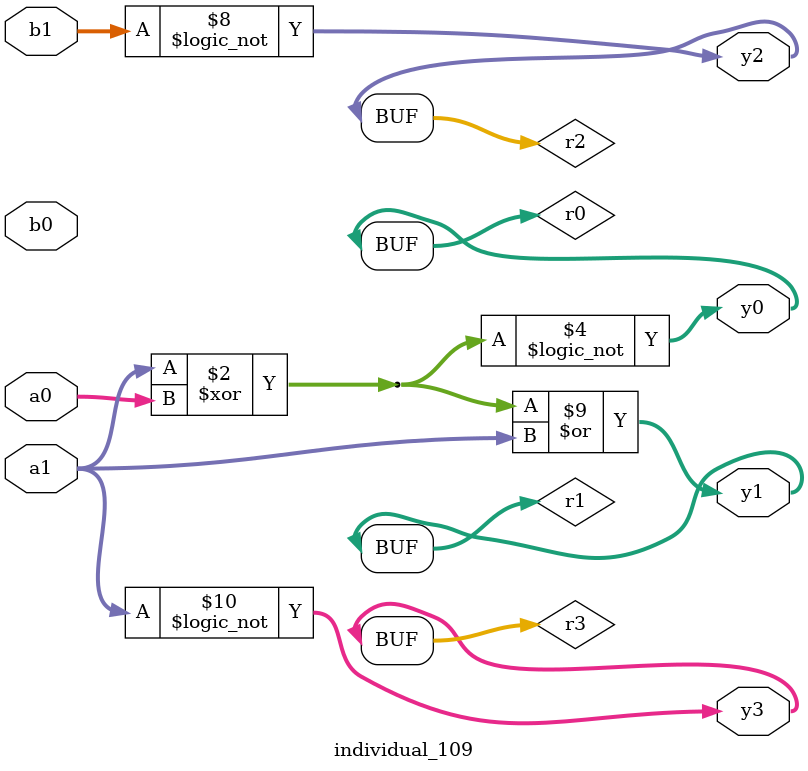
<source format=sv>
module individual_109(input logic [15:0] a1, input logic [15:0] a0, input logic [15:0] b1, input logic [15:0] b0, output logic [15:0] y3, output logic [15:0] y2, output logic [15:0] y1, output logic [15:0] y0);
logic [15:0] r0, r1, r2, r3; 
 always@(*) begin 
	 r0 = a0; r1 = a1; r2 = b0; r3 = b1; 
 	 r1  ^=  a0 ;
 	 r3 = ! a0 ;
 	 r0 = ! r1 ;
 	 r2  ^=  r1 ;
 	 r2  ^=  r2 ;
 	 r2 = ! a0 ;
 	 r2 = ! b1 ;
 	 r1  |=  a1 ;
 	 r3 = ! a1 ;
 	 y3 = r3; y2 = r2; y1 = r1; y0 = r0; 
end
endmodule
</source>
